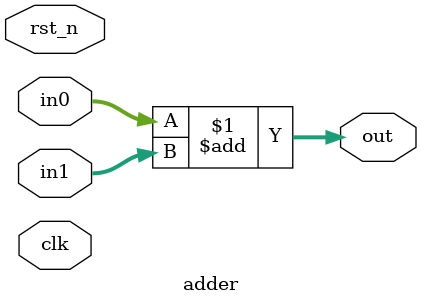
<source format=v>
module adder(in0,in1,clk,rst_n,out);
parameter N=16;
input [N-1:0]in0,in1;
input clk,rst_n;
output [N:0]out;	//17bit
wire [N-1:0]in0_block,in1_block;
//DFF_16bit block1(clk,rst_n,in0,in0_block);
//DFF_16bit block2(clk,rst_n,in1,in1_block);
assign out=in0+in1;
//assign out=in0_block+in1_block;

endmodule


</source>
